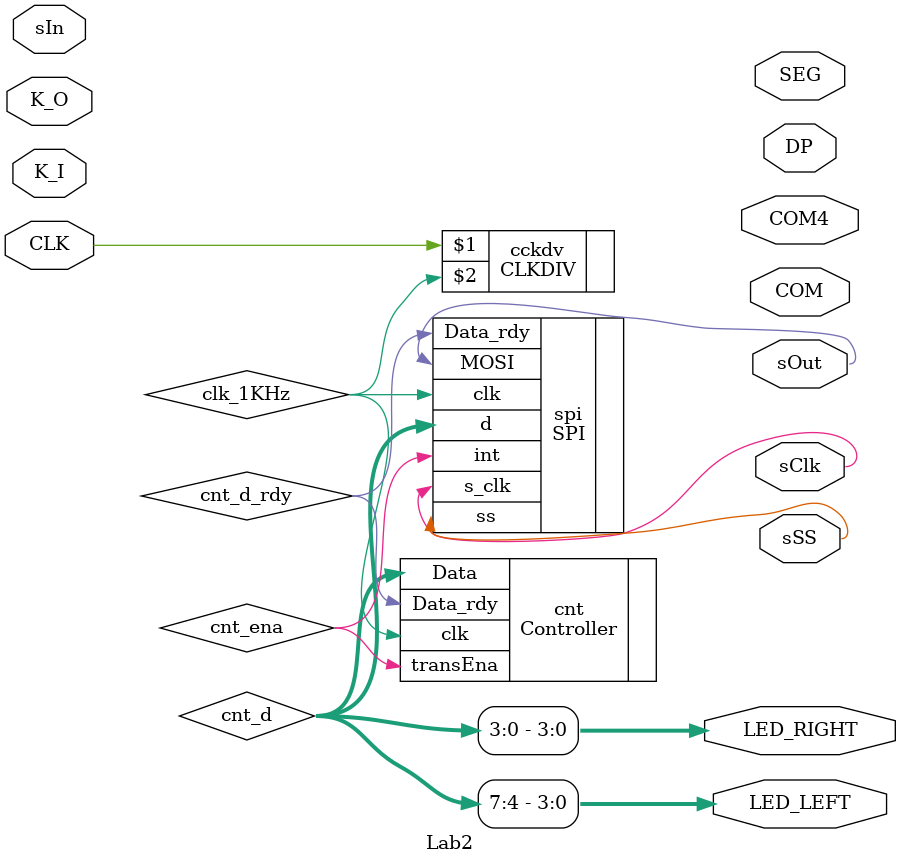
<source format=v>


module Lab2(
(* chip_pin = "J6" *)								input			CLK,
(* chip_pin = "B13, B14, B15, B18" *)				input	[3:0]	K_I,//8,7,6,5
(* chip_pin = "B12, B11, A10, B9" *)				inout	[3:0]	K_O,//4,3,2,1
(* chip_pin = "U13, V13, U12, V12" *)				output	[3:0]	LED_RIGHT,
(* chip_pin = "U4,V4,U5,V5" *)						output	[3:0]	LED_LEFT,
(* chip_pin = "C9, C10, D10, C11, D11, C12, D12" *)	output	[6:0]	SEG,
(* chip_pin = "H3, F3, C3" *)			 			output	[2:0]	COM,
(* chip_pin = "C4" *)								output			DP,
(* chip_pin = "B3" *)								output			COM4,
/////////////////////////////////////////////////////////////////spi
(* chip_pin = "B16" *)								output			sClk,
(* chip_pin = "D14" *)								output			sOut,
(* chip_pin = "C15" *)								input			sIn,
(* chip_pin = "C14" *)								output			sSS
);

wire clk_1KHz;

wire	[7:0]	cnt_d;
wire			cnt_ena,
				cnt_d_rdy;

CLKDIV cckdv(CLK, clk_1KHz);

Controller cnt(
					.clk(clk_1KHz),
					.Data(cnt_d),
					.Data_rdy(cnt_d_rdy),
					.transEna(cnt_ena)
);
assign {LED_LEFT, LED_RIGHT} = cnt_d;
SPI spi(
		.clk(clk_1KHz),
		.s_clk(sClk),
		.ss(sSS),
		.MOSI(sOut),
		.Data_rdy(cnt_d_rdy),
		.d(cnt_d),
		.int(cnt_ena)
);


endmodule


</source>
